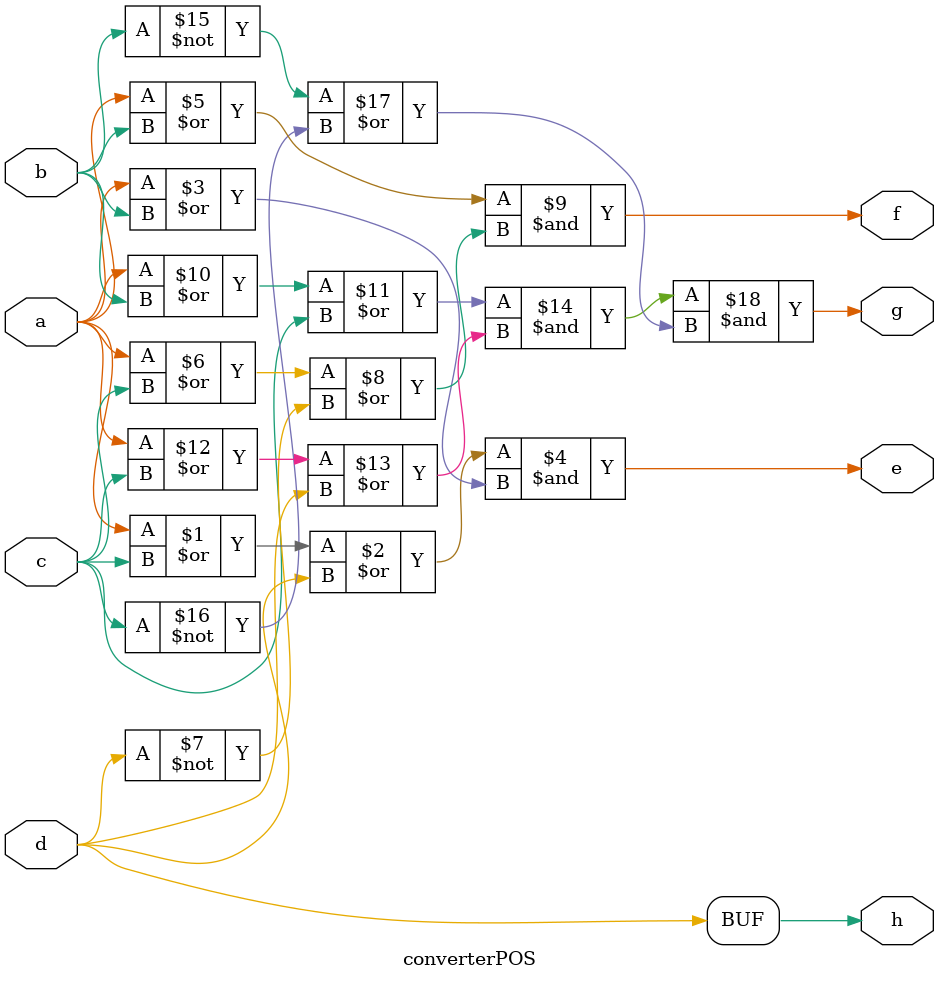
<source format=v>
`timescale 1ns / 1ps
module converter(
    input a, b, c, d,
    output e, f, g, h
    );
    assign e = a|(b&d)|(b&c);
    assign f = a|(b&c)|(b&~d);
    assign g = (b&~c&d)|a|(~b&c);
    assign h = d;
endmodule

module converterPOS(
    input a, b, c, d,
    output e, f, g, h
    );
    assign e = (a|c|d)&(a|b);
    assign f = (a|b)&(a|c|~d);
    assign g = (a|b|c)&(a|c|d)&(~b|~c);
    assign h = d;
endmodule
</source>
